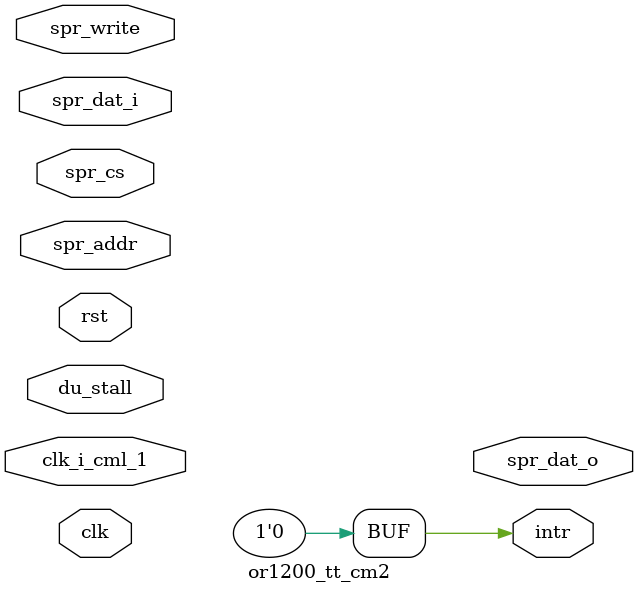
<source format=v>

`include "timescale.v"
// synopsys translate_on
`include "or1200_defines.v"

module or1200_tt_cm2(
		clk_i_cml_1,
		
	// RISC Internal Interface
	clk, rst, du_stall,
	spr_cs, spr_write, spr_addr, spr_dat_i, spr_dat_o,
	intr
);


input clk_i_cml_1;
reg  du_stall_cml_1;
reg  spr_write_cml_1;
reg [ 31 : 0 ] spr_addr_cml_1;
reg [ 31 : 0 ] spr_dat_i_cml_1;
reg [ 31 : 0 ] ttmr_cml_1;
reg [ 31 : 0 ] ttcr_cml_1;



//
// RISC Internal Interface
//
input		clk;		// Clock
input		rst;		// Reset
input		du_stall;	// DU stall
input		spr_cs;		// SPR CS
input		spr_write;	// SPR Write
input	[31:0]	spr_addr;	// SPR Address
input	[31:0]	spr_dat_i;	// SPR Write Data
output	[31:0]	spr_dat_o;	// SPR Read Data
output		intr;		// Interrupt output

`ifdef OR1200_TT_IMPLEMENTED

//
// TT Mode Register bits (or no register)
//
`ifdef OR1200_TT_TTMR
reg	[31:0]	ttmr;	// TTMR bits
`else
wire	[31:0]	ttmr;	// No TTMR register
`endif

//
// TT Count Register bits (or no register)
//
`ifdef OR1200_TT_TTCR
reg	[31:0]	ttcr;	// TTCR bits
`else
wire	[31:0]	ttcr;	// No TTCR register
`endif

//
// Internal wires & regs
//
wire		ttmr_sel;	// TTMR select
wire		ttcr_sel;	// TTCR select
wire		match;		// Asserted when TTMR[TP]
				// is equal to TTCR[27:0]
wire		restart;	// Restart counter when asserted
wire		stop;		// Stop counter when asserted
reg	[31:0] 	spr_dat_o;	// SPR data out

//
// TT registers address decoder
//

// SynEDA CoreMultiplier
// assignment(s): ttmr_sel
// replace(s): spr_addr
assign ttmr_sel = (spr_cs && (spr_addr_cml_1[`OR1200_TTOFS_BITS] == `OR1200_TT_OFS_TTMR)) ? 1'b1 : 1'b0;

// SynEDA CoreMultiplier
// assignment(s): ttcr_sel
// replace(s): spr_addr
assign ttcr_sel = (spr_cs && (spr_addr_cml_1[`OR1200_TTOFS_BITS] == `OR1200_TT_OFS_TTCR)) ? 1'b1 : 1'b0;

//
// Write to TTMR or update of TTMR[IP] bit
//
`ifdef OR1200_TT_TTMR

// SynEDA CoreMultiplier
// assignment(s): ttmr
// replace(s): spr_write, spr_dat_i, ttmr
always @(posedge clk or posedge rst)
	if (rst)
		ttmr <= 32'b0;
	else begin  ttmr <= ttmr_cml_1; if (ttmr_sel && spr_write_cml_1)
		ttmr <= #1 spr_dat_i_cml_1;
	else if (ttmr_cml_1[`OR1200_TT_TTMR_IE])
		ttmr[`OR1200_TT_TTMR_IP] <= #1 ttmr_cml_1[`OR1200_TT_TTMR_IP] | (match & ttmr_cml_1[`OR1200_TT_TTMR_IE]); end
`else
assign ttmr = {2'b11, 30'b0};	// TTMR[M] = 0x3
`endif

//
// Write to or increment of TTCR
//
`ifdef OR1200_TT_TTCR

// SynEDA CoreMultiplier
// assignment(s): ttcr
// replace(s): spr_write, spr_dat_i, ttcr
always @(posedge clk or posedge rst)
	if (rst)
		ttcr <= 32'b0;
	else begin  ttcr <= ttcr_cml_1; if (restart)
		ttcr <= #1 32'b0;
	else if (ttcr_sel && spr_write_cml_1)
		ttcr <= #1 spr_dat_i_cml_1;
	else if (!stop)
		ttcr <= #1 ttcr_cml_1 + 32'd1; end
`else
assign ttcr = 32'b0;
`endif

//
// Read TT registers
//

// SynEDA CoreMultiplier
// assignment(s): spr_dat_o
// replace(s): spr_addr, ttmr, ttcr
always @(spr_addr_cml_1 or ttmr_cml_1 or ttcr_cml_1)
	case (spr_addr_cml_1[`OR1200_TTOFS_BITS])	// synopsys parallel_case
`ifdef OR1200_TT_READREGS
		`OR1200_TT_OFS_TTMR: spr_dat_o = ttmr_cml_1;
`endif
		default: spr_dat_o = ttcr_cml_1;
	endcase

//
// A match when TTMR[TP] is equal to TTCR[27:0]
//

// SynEDA CoreMultiplier
// assignment(s): match
// replace(s): ttmr, ttcr
assign match = (ttmr_cml_1[`OR1200_TT_TTMR_TP] == ttcr_cml_1[27:0]) ? 1'b1 : 1'b0;

//
// Restart when match and TTMR[M]==0x1
//

// SynEDA CoreMultiplier
// assignment(s): restart
// replace(s): ttmr
assign restart = match && (ttmr_cml_1[`OR1200_TT_TTMR_M] == 2'b01);

//
// Stop when match and TTMR[M]==0x2 or when TTMR[M]==0x0 or when RISC is stalled by debug unit
//

// SynEDA CoreMultiplier
// assignment(s): stop
// replace(s): du_stall, ttmr
assign stop = match & (ttmr_cml_1[`OR1200_TT_TTMR_M] == 2'b10) | (ttmr_cml_1[`OR1200_TT_TTMR_M] == 2'b00) | du_stall_cml_1;

//
// Generate an interrupt request
//
assign intr = ttmr[`OR1200_TT_TTMR_IP];

`else

//
// When TT is not implemented, drive all outputs as would when TT is disabled
//
assign intr = 1'b0;

//
// Read TT registers
//
`ifdef OR1200_TT_READREGS
assign spr_dat_o = 32'b0;
`endif

`endif


always @ (posedge clk_i_cml_1) begin
du_stall_cml_1 <= du_stall;
spr_write_cml_1 <= spr_write;
spr_addr_cml_1 <= spr_addr;
spr_dat_i_cml_1 <= spr_dat_i;
ttmr_cml_1 <= ttmr;
ttcr_cml_1 <= ttcr;
end
endmodule


</source>
